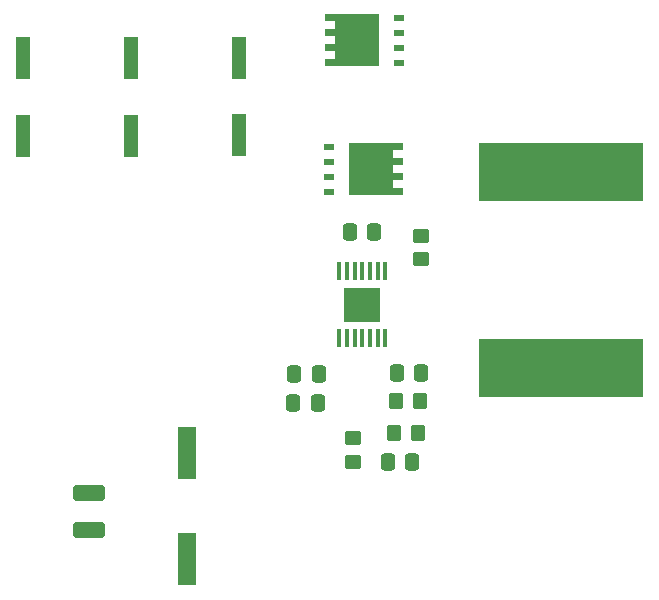
<source format=gts>
G04 #@! TF.GenerationSoftware,KiCad,Pcbnew,(6.0.9)*
G04 #@! TF.CreationDate,2023-05-15T12:17:08+03:00*
G04 #@! TF.ProjectId,mainboard,6d61696e-626f-4617-9264-2e6b69636164,rev?*
G04 #@! TF.SameCoordinates,Original*
G04 #@! TF.FileFunction,Soldermask,Top*
G04 #@! TF.FilePolarity,Negative*
%FSLAX46Y46*%
G04 Gerber Fmt 4.6, Leading zero omitted, Abs format (unit mm)*
G04 Created by KiCad (PCBNEW (6.0.9)) date 2023-05-15 12:17:08*
%MOMM*%
%LPD*%
G01*
G04 APERTURE LIST*
G04 Aperture macros list*
%AMRoundRect*
0 Rectangle with rounded corners*
0 $1 Rounding radius*
0 $2 $3 $4 $5 $6 $7 $8 $9 X,Y pos of 4 corners*
0 Add a 4 corners polygon primitive as box body*
4,1,4,$2,$3,$4,$5,$6,$7,$8,$9,$2,$3,0*
0 Add four circle primitives for the rounded corners*
1,1,$1+$1,$2,$3*
1,1,$1+$1,$4,$5*
1,1,$1+$1,$6,$7*
1,1,$1+$1,$8,$9*
0 Add four rect primitives between the rounded corners*
20,1,$1+$1,$2,$3,$4,$5,0*
20,1,$1+$1,$4,$5,$6,$7,0*
20,1,$1+$1,$6,$7,$8,$9,0*
20,1,$1+$1,$8,$9,$2,$3,0*%
%AMFreePoly0*
4,1,17,2.675000,1.605000,1.875000,1.605000,1.875000,0.935000,2.675000,0.935000,2.675000,0.335000,1.875000,0.335000,1.875000,-0.335000,2.675000,-0.335000,2.675000,-0.935000,1.875000,-0.935000,1.875000,-1.605000,2.675000,-1.605000,2.675000,-2.205000,-1.875000,-2.205000,-1.875000,2.205000,2.675000,2.205000,2.675000,1.605000,2.675000,1.605000,$1*%
G04 Aperture macros list end*
%ADD10RoundRect,0.250000X0.337500X0.475000X-0.337500X0.475000X-0.337500X-0.475000X0.337500X-0.475000X0*%
%ADD11RoundRect,0.250000X1.100000X-0.412500X1.100000X0.412500X-1.100000X0.412500X-1.100000X-0.412500X0*%
%ADD12R,1.260000X3.610000*%
%ADD13R,1.650000X4.500000*%
%ADD14RoundRect,0.250000X-0.337500X-0.475000X0.337500X-0.475000X0.337500X0.475000X-0.337500X0.475000X0*%
%ADD15RoundRect,0.250000X-0.450000X0.350000X-0.450000X-0.350000X0.450000X-0.350000X0.450000X0.350000X0*%
%ADD16R,3.100000X3.000000*%
%ADD17RoundRect,0.100000X0.100000X-0.687500X0.100000X0.687500X-0.100000X0.687500X-0.100000X-0.687500X0*%
%ADD18FreePoly0,180.000000*%
%ADD19R,0.850000X0.500000*%
%ADD20FreePoly0,0.000000*%
%ADD21RoundRect,0.250000X-0.350000X-0.450000X0.350000X-0.450000X0.350000X0.450000X-0.350000X0.450000X0*%
%ADD22RoundRect,0.250000X0.350000X0.450000X-0.350000X0.450000X-0.350000X-0.450000X0.350000X-0.450000X0*%
%ADD23R,14.000000X5.000000*%
G04 APERTURE END LIST*
D10*
X47846042Y-144124106D03*
X45771042Y-144124106D03*
D11*
X28408542Y-157375000D03*
X28408542Y-154250000D03*
D12*
X41068542Y-117349106D03*
X41068542Y-123939106D03*
D13*
X36658542Y-159814106D03*
X36658542Y-150814106D03*
D14*
X50471042Y-132134106D03*
X52546042Y-132134106D03*
D15*
X56528542Y-132434106D03*
X56528542Y-134434106D03*
D12*
X22818542Y-117414106D03*
X22818542Y-124004106D03*
D15*
X50728542Y-149564106D03*
X50728542Y-151564106D03*
D16*
X51538542Y-138264106D03*
D17*
X49588542Y-141126606D03*
X50238542Y-141126606D03*
X50888542Y-141126606D03*
X51538542Y-141126606D03*
X52188542Y-141126606D03*
X52838542Y-141126606D03*
X53488542Y-141126606D03*
X53488542Y-135401606D03*
X52838542Y-135401606D03*
X52188542Y-135401606D03*
X51538542Y-135401606D03*
X50888542Y-135401606D03*
X50238542Y-135401606D03*
X49588542Y-135401606D03*
D14*
X54441042Y-144014106D03*
X56516042Y-144014106D03*
D12*
X31958542Y-117389106D03*
X31958542Y-123979106D03*
D18*
X51088542Y-115894106D03*
D19*
X54638542Y-117799106D03*
X54638542Y-116529106D03*
X54638542Y-115259106D03*
X54638542Y-113989106D03*
D20*
X52278542Y-126804106D03*
D19*
X48728542Y-124899106D03*
X48728542Y-126169106D03*
X48728542Y-127439106D03*
X48728542Y-128709106D03*
D21*
X54378542Y-146444106D03*
X56378542Y-146444106D03*
D10*
X55766042Y-151624106D03*
X53691042Y-151624106D03*
X47776042Y-146604106D03*
X45701042Y-146604106D03*
D22*
X56228542Y-149144106D03*
X54228542Y-149144106D03*
D23*
X68348542Y-127024106D03*
X68348542Y-143624106D03*
M02*

</source>
